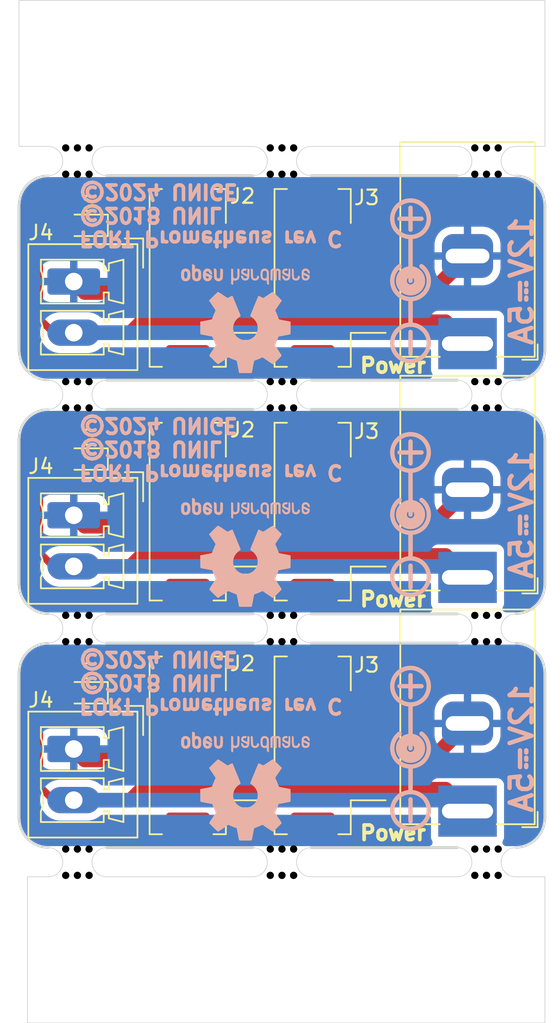
<source format=kicad_pcb>
(kicad_pcb (version 20240108) (generator "pcbnew") (generator_version "8.0")
  (layers (0 "F.Cu" signal) (31 "B.Cu" signal) (34 "B.Paste" user) (35 "F.Paste" user) (36 "B.SilkS" user "B.Silkscreen") (37 "F.SilkS" user "F.Silkscreen") (38 "B.Mask" user) (39 "F.Mask" user) (44 "Edge.Cuts" user))
  (net 0 "")
  (net 1 "GND")
  (net 2 "Net-(D1-A)")
  (net 3 "+12V")
  (net 4 "/CAN-")
  (net 5 "/CAN+")
  (footprint "FORT:JST_PH_B4B-PH-SM4-TB_1x04-1MP_P2.00mm_Vertical" (layer "F.Cu") (at 103.3 67 90)
    (property "Reference" "J2" (at 5.6 2 180) (layer "F.SilkS"))
    (property "Value" "JST PH")
    (pad "1" smd roundrect (at -3 0.5 90) (size 1 5.5) (layers "F.Cu" "F.Paste" "F.Mask") (net 3 "+12V"))
    (pad "2" smd roundrect (at -1 0.5 90) (size 1 5.5) (layers "F.Cu" "F.Paste" "F.Mask") (net 1 "GND"))
    (pad "3" smd roundrect (at 1 0.5 90) (size 1 5.5) (layers "F.Cu" "F.Paste" "F.Mask") (net 5 "/CAN+"))
    (pad "4" smd roundrect (at 3 0.5 90) (size 1 5.5) (layers "F.Cu" "F.Paste" "F.Mask") (net 4 "/CAN-"))
    (pad "MP" smd roundrect (at -5.4 -1.75 90) (size 1.6 3) (layers "F.Cu" "F.Paste" "F.Mask") (roundrect_rratio 0.15625))
    (pad "MP" smd roundrect (at 5.4 -1.75 90) (size 1.6 3) (layers "F.Cu" "F.Paste" "F.Mask") (roundrect_rratio 0.15625))
  )
  (footprint "common:Mouse_Bite" (layer "F.Cu") (at 122 107)
    (property "Reference" "REF**" (hide yes))
    (property "Value" "Mouse_Bite" (hide yes))
    (fp_arc (start -2 -1) (mid -1 0) (end -2 1) (stroke (width 0.05)) (layer "Edge.Cuts"))
    (fp_arc (start 2 1) (mid 1 0) (end 2 -1) (stroke (width 0.05)) (layer "Edge.Cuts"))
    (pad "" np_thru_hole circle (at -0.8 -0.9) (size 0.5 0.5) (drill 0.5) (layers "*.Mask"))
    (pad "" np_thru_hole circle (at -0.8 0.9) (size 0.5 0.5) (drill 0.5) (layers "*.Mask"))
    (pad "" np_thru_hole circle (at 0 -0.9) (size 0.5 0.5) (drill 0.5) (layers "*.Mask"))
    (pad "" np_thru_hole circle (at 0 0.9) (size 0.5 0.5) (drill 0.5) (layers "*.Mask"))
    (pad "" np_thru_hole circle (at 0.8 -0.9) (size 0.5 0.5) (drill 0.5) (layers "*.Mask"))
    (pad "" np_thru_hole circle (at 0.8 0.9) (size 0.5 0.5) (drill 0.5) (layers "*.Mask"))
  )
  (footprint "Connector_Phoenix_MC:PhoenixContact_MCV_1,5_2-G-3.5_1x02_P3.50mm_Vertical" (layer "F.Cu") (at 93.75 67.25 -90)
    (property "Reference" "J4" (at -3.35 2.25 180) (layer "F.SilkS"))
    (property "Value" "Phoenix MCV_1,5")
    (pad "1" thru_hole roundrect (at 0 0 270) (size 1.8 3.6) (drill 1.2) (layers "*.Cu" "*.Mask") (roundrect_rratio 0.138889) (net 1 "GND"))
    (pad "2" thru_hole oval (at 3.5 0 270) (size 1.8 3.6) (drill 1.2) (layers "*.Cu" "*.Mask") (net 3 "+12V"))
  )
  (footprint "common:Mouse_Bite" (layer "F.Cu") (at 108 75)
    (property "Reference" "REF**" (hide yes))
    (property "Value" "Mouse_Bite" (hide yes))
    (fp_arc (start -2 -1) (mid -1 0) (end -2 1) (stroke (width 0.05)) (layer "Edge.Cuts"))
    (fp_arc (start 2 1) (mid 1 0) (end 2 -1) (stroke (width 0.05)) (layer "Edge.Cuts"))
    (pad "" np_thru_hole circle (at -0.8 -0.9) (size 0.5 0.5) (drill 0.5) (layers "*.Mask"))
    (pad "" np_thru_hole circle (at -0.8 0.9) (size 0.5 0.5) (drill 0.5) (layers "*.Mask"))
    (pad "" np_thru_hole circle (at 0 -0.9) (size 0.5 0.5) (drill 0.5) (layers "*.Mask"))
    (pad "" np_thru_hole circle (at 0 0.9) (size 0.5 0.5) (drill 0.5) (layers "*.Mask"))
    (pad "" np_thru_hole circle (at 0.8 -0.9) (size 0.5 0.5) (drill 0.5) (layers "*.Mask"))
    (pad "" np_thru_hole circle (at 0.8 0.9) (size 0.5 0.5) (drill 0.5) (layers "*.Mask"))
  )
  (footprint "common:Mouse_Bite" (layer "F.Cu") (at 94 75)
    (property "Reference" "REF**" (hide yes))
    (property "Value" "Mouse_Bite" (hide yes))
    (fp_arc (start -2 -1) (mid -1 0) (end -2 1) (stroke (width 0.05)) (layer "Edge.Cuts"))
    (fp_arc (start 2 1) (mid 1 0) (end 2 -1) (stroke (width 0.05)) (layer "Edge.Cuts"))
    (pad "" np_thru_hole circle (at -0.8 -0.9) (size 0.5 0.5) (drill 0.5) (layers "*.Mask"))
    (pad "" np_thru_hole circle (at -0.8 0.9) (size 0.5 0.5) (drill 0.5) (layers "*.Mask"))
    (pad "" np_thru_hole circle (at 0 -0.9) (size 0.5 0.5) (drill 0.5) (layers "*.Mask"))
    (pad "" np_thru_hole circle (at 0 0.9) (size 0.5 0.5) (drill 0.5) (layers "*.Mask"))
    (pad "" np_thru_hole circle (at 0.8 -0.9) (size 0.5 0.5) (drill 0.5) (layers "*.Mask"))
    (pad "" np_thru_hole circle (at 0.8 0.9) (size 0.5 0.5) (drill 0.5) (layers "*.Mask"))
  )
  (footprint "FORT:JST_PH_B4B-PH-SM4-TB_1x04-1MP_P2.00mm_Vertical" (layer "F.Cu") (at 103.3 83 90)
    (property "Reference" "J2" (at 5.6 2 180) (layer "F.SilkS"))
    (property "Value" "JST PH")
    (pad "1" smd roundrect (at -3 0.5 90) (size 1 5.5) (layers "F.Cu" "F.Paste" "F.Mask") (net 3 "+12V"))
    (pad "2" smd roundrect (at -1 0.5 90) (size 1 5.5) (layers "F.Cu" "F.Paste" "F.Mask") (net 1 "GND"))
    (pad "3" smd roundrect (at 1 0.5 90) (size 1 5.5) (layers "F.Cu" "F.Paste" "F.Mask") (net 5 "/CAN+"))
    (pad "4" smd roundrect (at 3 0.5 90) (size 1 5.5) (layers "F.Cu" "F.Paste" "F.Mask") (net 4 "/CAN-"))
    (pad "MP" smd roundrect (at -5.4 -1.75 90) (size 1.6 3) (layers "F.Cu" "F.Paste" "F.Mask") (roundrect_rratio 0.15625))
    (pad "MP" smd roundrect (at 5.4 -1.75 90) (size 1.6 3) (layers "F.Cu" "F.Paste" "F.Mask") (roundrect_rratio 0.15625))
  )
  (footprint "LED_SMD:LED_0603_1608Metric" (layer "F.Cu") (at 94.6 63.4 180)
    (property "Reference" "D1" (hide yes))
    (property "Value" "GREEN")
    (pad "1" smd roundrect (at -0.7875 0 180) (size 0.875 0.95) (layers "F.Cu" "F.Paste" "F.Mask") (net 1 "GND"))
    (pad "2" smd roundrect (at 0.7875 0 180) (size 0.875 0.95) (layers "F.Cu" "F.Paste" "F.Mask") (net 2 "Net-(D1-A)"))
  )
  (footprint "Connector_Phoenix_MC:PhoenixContact_MCV_1,5_2-G-3.5_1x02_P3.50mm_Vertical" (layer "F.Cu") (at 93.75 99.25 -90)
    (property "Reference" "J4" (at -3.35 2.25 180) (layer "F.SilkS"))
    (property "Value" "Phoenix MCV_1,5")
    (pad "1" thru_hole roundrect (at 0 0 270) (size 1.8 3.6) (drill 1.2) (layers "*.Cu" "*.Mask") (roundrect_rratio 0.138889) (net 1 "GND"))
    (pad "2" thru_hole oval (at 3.5 0 270) (size 1.8 3.6) (drill 1.2) (layers "*.Cu" "*.Mask") (net 3 "+12V"))
  )
  (footprint "Connector_Phoenix_MC:PhoenixContact_MCV_1,5_2-G-3.5_1x02_P3.50mm_Vertical" (layer "F.Cu") (at 93.75 83.25 -90)
    (property "Reference" "J4" (at -3.35 2.25 180) (layer "F.SilkS"))
    (property "Value" "Phoenix MCV_1,5")
    (pad "1" thru_hole roundrect (at 0 0 270) (size 1.8 3.6) (drill 1.2) (layers "*.Cu" "*.Mask") (roundrect_rratio 0.138889) (net 1 "GND"))
    (pad "2" thru_hole oval (at 3.5 0 270) (size 1.8 3.6) (drill 1.2) (layers "*.Cu" "*.Mask") (net 3 "+12V"))
  )
  (footprint "FORT:BarrelJack_CUI_PJ-037B_Horizontal" (layer "F.Cu") (at 120.7 71.5 -90)
    (property "Reference" "J1" (hide yes))
    (property "Value" "2.5mm I.D. 5.5mm O.D.")
    (pad "1" thru_hole rect (at 0 0 270) (size 3.5 4) (drill oval 1 3.5) (layers "*.Cu" "*.Mask") (net 3 "+12V"))
    (pad "2" thru_hole roundrect (at -6 0 270) (size 3 3.5) (drill oval 1 3) (layers "*.Cu" "*.Mask") (net 1 "GND"))
  )
  (footprint "FORT:JST_PH_B4B-PH-SM4-TB_1x04-1MP_P2.00mm_Vertical" (layer "F.Cu") (at 103.3 99 90)
    (property "Reference" "J2" (at 5.6 2 180) (layer "F.SilkS"))
    (property "Value" "JST PH")
    (pad "1" smd roundrect (at -3 0.5 90) (size 1 5.5) (layers "F.Cu" "F.Paste" "F.Mask") (net 3 "+12V"))
    (pad "2" smd roundrect (at -1 0.5 90) (size 1 5.5) (layers "F.Cu" "F.Paste" "F.Mask") (net 1 "GND"))
    (pad "3" smd roundrect (at 1 0.5 90) (size 1 5.5) (layers "F.Cu" "F.Paste" "F.Mask") (net 5 "/CAN+"))
    (pad "4" smd roundrect (at 3 0.5 90) (size 1 5.5) (layers "F.Cu" "F.Paste" "F.Mask") (net 4 "/CAN-"))
    (pad "MP" smd roundrect (at -5.4 -1.75 90) (size 1.6 3) (layers "F.Cu" "F.Paste" "F.Mask") (roundrect_rratio 0.15625))
    (pad "MP" smd roundrect (at 5.4 -1.75 90) (size 1.6 3) (layers "F.Cu" "F.Paste" "F.Mask") (roundrect_rratio 0.15625))
  )
  (footprint "Resistor_SMD:R_0603_1608Metric" (layer "F.Cu") (at 94.6 93.9 180)
    (property "Reference" "R1" (hide yes))
    (property "Value" "3k3")
    (pad "1" smd roundrect (at -0.7875 0 180) (size 0.875 0.95) (layers "F.Cu" "F.Paste" "F.Mask") (net 3 "+12V"))
    (pad "2" smd roundrect (at 0.7875 0 180) (size 0.875 0.95) (layers "F.Cu" "F.Paste" "F.Mask") (net 2 "Net-(D1-A)"))
  )
  (footprint "common:Mouse_Bite" (layer "F.Cu") (at 108 91)
    (property "Reference" "REF**" (hide yes))
    (property "Value" "Mouse_Bite" (hide yes))
    (fp_arc (start -2 -1) (mid -1 0) (end -2 1) (stroke (width 0.05)) (layer "Edge.Cuts"))
    (fp_arc (start 2 1) (mid 1 0) (end 2 -1) (stroke (width 0.05)) (layer "Edge.Cuts"))
    (pad "" np_thru_hole circle (at -0.8 -0.9) (size 0.5 0.5) (drill 0.5) (layers "*.Mask"))
    (pad "" np_thru_hole circle (at -0.8 0.9) (size 0.5 0.5) (drill 0.5) (layers "*.Mask"))
    (pad "" np_thru_hole circle (at 0 -0.9) (size 0.5 0.5) (drill 0.5) (layers "*.Mask"))
    (pad "" np_thru_hole circle (at 0 0.9) (size 0.5 0.5) (drill 0.5) (layers "*.Mask"))
    (pad "" np_thru_hole circle (at 0.8 -0.9) (size 0.5 0.5) (drill 0.5) (layers "*.Mask"))
    (pad "" np_thru_hole circle (at 0.8 0.9) (size 0.5 0.5) (drill 0.5) (layers "*.Mask"))
  )
  (footprint "LED_SMD:LED_0603_1608Metric" (layer "F.Cu") (at 94.6 79.4 180)
    (property "Reference" "D1" (hide yes))
    (property "Value" "GREEN")
    (pad "1" smd roundrect (at -0.7875 0 180) (size 0.875 0.95) (layers "F.Cu" "F.Paste" "F.Mask") (net 1 "GND"))
    (pad "2" smd roundrect (at 0.7875 0 180) (size 0.875 0.95) (layers "F.Cu" "F.Paste" "F.Mask") (net 2 "Net-(D1-A)"))
  )
  (footprint "FORT:JST_PH_B4B-PH-SM4-TB_1x04-1MP_P2.00mm_Vertical" (layer "F.Cu") (at 111.85 99 90)
    (property "Reference" "J3" (at 5.5 1.95 180) (layer "F.SilkS"))
    (property "Value" "JST PH")
    (pad "1" smd roundrect (at -3 0.5 90) (size 1 5.5) (layers "F.Cu" "F.Paste" "F.Mask") (net 3 "+12V"))
    (pad "2" smd roundrect (at -1 0.5 90) (size 1 5.5) (layers "F.Cu" "F.Paste" "F.Mask") (net 1 "GND"))
    (pad "3" smd roundrect (at 1 0.5 90) (size 1 5.5) (layers "F.Cu" "F.Paste" "F.Mask") (net 5 "/CAN+"))
    (pad "4" smd roundrect (at 3 0.5 90) (size 1 5.5) (layers "F.Cu" "F.Paste" "F.Mask") (net 4 "/CAN-"))
    (pad "MP" smd roundrect (at -5.4 -1.75 90) (size 1.6 3) (layers "F.Cu" "F.Paste" "F.Mask") (roundrect_rratio 0.15625))
    (pad "MP" smd roundrect (at 5.4 -1.75 90) (size 1.6 3) (layers "F.Cu" "F.Paste" "F.Mask") (roundrect_rratio 0.15625))
  )
  (footprint "Resistor_SMD:R_0603_1608Metric" (layer "F.Cu") (at 94.6 77.9 180)
    (property "Reference" "R1" (hide yes))
    (property "Value" "3k3")
    (pad "1" smd roundrect (at -0.7875 0 180) (size 0.875 0.95) (layers "F.Cu" "F.Paste" "F.Mask") (net 3 "+12V"))
    (pad "2" smd roundrect (at 0.7875 0 180) (size 0.875 0.95) (layers "F.Cu" "F.Paste" "F.Mask") (net 2 "Net-(D1-A)"))
  )
  (footprint "LED_SMD:LED_0603_1608Metric" (layer "F.Cu") (at 94.6 95.4 180)
    (property "Reference" "D1" (hide yes))
    (property "Value" "GREEN")
    (pad "1" smd roundrect (at -0.7875 0 180) (size 0.875 0.95) (layers "F.Cu" "F.Paste" "F.Mask") (net 1 "GND"))
    (pad "2" smd roundrect (at 0.7875 0 180) (size 0.875 0.95) (layers "F.Cu" "F.Paste" "F.Mask") (net 2 "Net-(D1-A)"))
  )
  (footprint "common:Mouse_Bite" (layer "F.Cu") (at 94 107)
    (property "Reference" "REF**" (hide yes))
    (property "Value" "Mouse_Bite" (hide yes))
    (fp_arc (start -2 -1) (mid -1 0) (end -2 1) (stroke (width 0.05)) (layer "Edge.Cuts"))
    (fp_arc (start 2 1) (mid 1 0) (end 2 -1) (stroke (width 0.05)) (layer "Edge.Cuts"))
    (pad "" np_thru_hole circle (at -0.8 -0.9) (size 0.5 0.5) (drill 0.5) (layers "*.Mask"))
    (pad "" np_thru_hole circle (at -0.8 0.9) (size 0.5 0.5) (drill 0.5) (layers "*.Mask"))
    (pad "" np_thru_hole circle (at 0 -0.9) (size 0.5 0.5) (drill 0.5) (layers "*.Mask"))
    (pad "" np_thru_hole circle (at 0 0.9) (size 0.5 0.5) (drill 0.5) (layers "*.Mask"))
    (pad "" np_thru_hole circle (at 0.8 -0.9) (size 0.5 0.5) (drill 0.5) (layers "*.Mask"))
    (pad "" np_thru_hole circle (at 0.8 0.9) (size 0.5 0.5) (drill 0.5) (layers "*.Mask"))
  )
  (footprint "FORT:BarrelJack_CUI_PJ-037B_Horizontal" (layer "F.Cu") (at 120.7 103.5 -90)
    (property "Reference" "J1" (hide yes))
    (property "Value" "2.5mm I.D. 5.5mm O.D.")
    (pad "1" thru_hole rect (at 0 0 270) (size 3.5 4) (drill oval 1 3.5) (layers "*.Cu" "*.Mask") (net 3 "+12V"))
    (pad "2" thru_hole roundrect (at -6 0 270) (size 3 3.5) (drill oval 1 3) (layers "*.Cu" "*.Mask") (net 1 "GND"))
  )
  (footprint "common:Mouse_Bite" (layer "F.Cu") (at 108 107)
    (property "Reference" "REF**" (hide yes))
    (property "Value" "Mouse_Bite" (hide yes))
    (fp_arc (start -2 -1) (mid -1 0) (end -2 1) (stroke (width 0.05)) (layer "Edge.Cuts"))
    (fp_arc (start 2 1) (mid 1 0) (end 2 -1) (stroke (width 0.05)) (layer "Edge.Cuts"))
    (pad "" np_thru_hole circle (at -0.8 -0.9) (size 0.5 0.5) (drill 0.5) (layers "*.Mask"))
    (pad "" np_thru_hole circle (at -0.8 0.9) (size 0.5 0.5) (drill 0.5) (layers "*.Mask"))
    (pad "" np_thru_hole circle (at 0 -0.9) (size 0.5 0.5) (drill 0.5) (layers "*.Mask"))
    (pad "" np_thru_hole circle (at 0 0.9) (size 0.5 0.5) (drill 0.5) (layers "*.Mask"))
    (pad "" np_thru_hole circle (at 0.8 -0.9) (size 0.5 0.5) (drill 0.5) (layers "*.Mask"))
    (pad "" np_thru_hole circle (at 0.8 0.9) (size 0.5 0.5) (drill 0.5) (layers "*.Mask"))
  )
  (footprint "FORT:BarrelJack_CUI_PJ-037B_Horizontal" (layer "F.Cu") (at 120.7 87.5 -90)
    (property "Reference" "J1" (hide yes))
    (property "Value" "2.5mm I.D. 5.5mm O.D.")
    (pad "1" thru_hole rect (at 0 0 270) (size 3.5 4) (drill oval 1 3.5) (layers "*.Cu" "*.Mask") (net 3 "+12V"))
    (pad "2" thru_hole roundrect (at -6 0 270) (size 3 3.5) (drill oval 1 3) (layers "*.Cu" "*.Mask") (net 1 "GND"))
  )
  (footprint "common:Mouse_Bite" (layer "F.Cu") (at 108 59)
    (property "Reference" "REF**" (hide yes))
    (property "Value" "Mouse_Bite" (hide yes))
    (fp_arc (start -2 -1) (mid -1 0) (end -2 1) (stroke (width 0.05)) (layer "Edge.Cuts"))
    (fp_arc (start 2 1) (mid 1 0) (end 2 -1) (stroke (width 0.05)) (layer "Edge.Cuts"))
    (pad "" np_thru_hole circle (at -0.8 -0.9) (size 0.5 0.5) (drill 0.5) (layers "*.Mask"))
    (pad "" np_thru_hole circle (at -0.8 0.9) (size 0.5 0.5) (drill 0.5) (layers "*.Mask"))
    (pad "" np_thru_hole circle (at 0 -0.9) (size 0.5 0.5) (drill 0.5) (layers "*.Mask"))
    (pad "" np_thru_hole circle (at 0 0.9) (size 0.5 0.5) (drill 0.5) (layers "*.Mask"))
    (pad "" np_thru_hole circle (at 0.8 -0.9) (size 0.5 0.5) (drill 0.5) (layers "*.Mask"))
    (pad "" np_thru_hole circle (at 0.8 0.9) (size 0.5 0.5) (drill 0.5) (layers "*.Mask"))
  )
  (footprint "common:Mouse_Bite" (layer "F.Cu") (at 122 59)
    (property "Reference" "REF**" (hide yes))
    (property "Value" "Mouse_Bite" (hide yes))
    (fp_arc (start -2 -1) (mid -1 0) (end -2 1) (stroke (width 0.05)) (layer "Edge.Cuts"))
    (fp_arc (start 2 1) (mid 1 0) (end 2 -1) (stroke (width 0.05)) (layer "Edge.Cuts"))
    (pad "" np_thru_hole circle (at -0.8 -0.9) (size 0.5 0.5) (drill 0.5) (layers "*.Mask"))
    (pad "" np_thru_hole circle (at -0.8 0.9) (size 0.5 0.5) (drill 0.5) (layers "*.Mask"))
    (pad "" np_thru_hole circle (at 0 -0.9) (size 0.5 0.5) (drill 0.5) (layers "*.Mask"))
    (pad "" np_thru_hole circle (at 0 0.9) (size 0.5 0.5) (drill 0.5) (layers "*.Mask"))
    (pad "" np_thru_hole circle (at 0.8 -0.9) (size 0.5 0.5) (drill 0.5) (layers "*.Mask"))
    (pad "" np_thru_hole circle (at 0.8 0.9) (size 0.5 0.5) (drill 0.5) (layers "*.Mask"))
  )
  (footprint "common:Mouse_Bite" (layer "F.Cu") (at 122 75)
    (property "Reference" "REF**" (hide yes))
    (property "Value" "Mouse_Bite" (hide yes))
    (fp_arc (start -2 -1) (mid -1 0) (end -2 1) (stroke (width 0.05)) (layer "Edge.Cuts"))
    (fp_arc (start 2 1) (mid 1 0) (end 2 -1) (stroke (width 0.05)) (layer "Edge.Cuts"))
    (pad "" np_thru_hole circle (at -0.8 -0.9) (size 0.5 0.5) (drill 0.5) (layers "*.Mask"))
    (pad "" np_thru_hole circle (at -0.8 0.9) (size 0.5 0.5) (drill 0.5) (layers "*.Mask"))
    (pad "" np_thru_hole circle (at 0 -0.9) (size 0.5 0.5) (drill 0.5) (layers "*.Mask"))
    (pad "" np_thru_hole circle (at 0 0.9) (size 0.5 0.5) (drill 0.5) (layers "*.Mask"))
    (pad "" np_thru_hole circle (at 0.8 -0.9) (size 0.5 0.5) (drill 0.5) (layers "*.Mask"))
    (pad "" np_thru_hole circle (at 0.8 0.9) (size 0.5 0.5) (drill 0.5) (layers "*.Mask"))
  )
  (footprint "Resistor_SMD:R_0603_1608Metric" (layer "F.Cu") (at 94.6 61.9 180)
    (property "Reference" "R1" (hide yes))
    (property "Value" "3k3")
    (pad "1" smd roundrect (at -0.7875 0 180) (size 0.875 0.95) (layers "F.Cu" "F.Paste" "F.Mask") (net 3 "+12V"))
    (pad "2" smd roundrect (at 0.7875 0 180) (size 0.875 0.95) (layers "F.Cu" "F.Paste" "F.Mask") (net 2 "Net-(D1-A)"))
  )
  (footprint "common:Mouse_Bite" (layer "F.Cu") (at 94 91)
    (property "Reference" "REF**" (hide yes))
    (property "Value" "Mouse_Bite" (hide yes))
    (fp_arc (start -2 -1) (mid -1 0) (end -2 1) (stroke (width 0.05)) (layer "Edge.Cuts"))
    (fp_arc (start 2 1) (mid 1 0) (end 2 -1) (stroke (width 0.05)) (layer "Edge.Cuts"))
    (pad "" np_thru_hole circle (at -0.8 -0.9) (size 0.5 0.5) (drill 0.5) (layers "*.Mask"))
    (pad "" np_thru_hole circle (at -0.8 0.9) (size 0.5 0.5) (drill 0.5) (layers "*.Mask"))
    (pad "" np_thru_hole circle (at 0 -0.9) (size 0.5 0.5) (drill 0.5) (layers "*.Mask"))
    (pad "" np_thru_hole circle (at 0 0.9) (size 0.5 0.5) (drill 0.5) (layers "*.Mask"))
    (pad "" np_thru_hole circle (at 0.8 -0.9) (size 0.5 0.5) (drill 0.5) (layers "*.Mask"))
    (pad "" np_thru_hole circle (at 0.8 0.9) (size 0.5 0.5) (drill 0.5) (layers "*.Mask"))
  )
  (footprint "common:Mouse_Bite" (layer "F.Cu") (at 94 59)
    (property "Reference" "REF**" (hide yes))
    (property "Value" "Mouse_Bite" (hide yes))
    (fp_arc (start -2 -1) (mid -1 0) (end -2 1) (stroke (width 0.05)) (layer "Edge.Cuts"))
    (fp_arc (start 2 1) (mid 1 0) (end 2 -1) (stroke (width 0.05)) (layer "Edge.Cuts"))
    (pad "" np_thru_hole circle (at -0.8 -0.9) (size 0.5 0.5) (drill 0.5) (layers "*.Mask"))
    (pad "" np_thru_hole circle (at -0.8 0.9) (size 0.5 0.5) (drill 0.5) (layers "*.Mask"))
    (pad "" np_thru_hole circle (at 0 -0.9) (size 0.5 0.5) (drill 0.5) (layers "*.Mask"))
    (pad "" np_thru_hole circle (at 0 0.9) (size 0.5 0.5) (drill 0.5) (layers "*.Mask"))
    (pad "" np_thru_hole circle (at 0.8 -0.9) (size 0.5 0.5) (drill 0.5) (layers "*.Mask"))
    (pad "" np_thru_hole circle (at 0.8 0.9) (size 0.5 0.5) (drill 0.5) (layers "*.Mask"))
  )
  (footprint "FORT:JST_PH_B4B-PH-SM4-TB_1x04-1MP_P2.00mm_Vertical" (layer "F.Cu") (at 111.85 67 90)
    (property "Reference" "J3" (at 5.5 1.95 180) (layer "F.SilkS"))
    (property "Value" "JST PH")
    (pad "1" smd roundrect (at -3 0.5 90) (size 1 5.5) (layers "F.Cu" "F.Paste" "F.Mask") (net 3 "+12V"))
    (pad "2" smd roundrect (at -1 0.5 90) (size 1 5.5) (layers "F.Cu" "F.Paste" "F.Mask") (net 1 "GND"))
    (pad "3" smd roundrect (at 1 0.5 90) (size 1 5.5) (layers "F.Cu" "F.Paste" "F.Mask") (net 5 "/CAN+"))
    (pad "4" smd roundrect (at 3 0.5 90) (size 1 5.5) (layers "F.Cu" "F.Paste" "F.Mask") (net 4 "/CAN-"))
    (pad "MP" smd roundrect (at -5.4 -1.75 90) (size 1.6 3) (layers "F.Cu" "F.Paste" "F.Mask") (roundrect_rratio 0.15625))
    (pad "MP" smd roundrect (at 5.4 -1.75 90) (size 1.6 3) (layers "F.Cu" "F.Paste" "F.Mask") (roundrect_rratio 0.15625))
  )
  (footprint "FORT:JST_PH_B4B-PH-SM4-TB_1x04-1MP_P2.00mm_Vertical" (layer "F.Cu") (at 111.85 83 90)
    (property "Reference" "J3" (at 5.5 1.95 180) (layer "F.SilkS"))
    (property "Value" "JST PH")
    (pad "1" smd roundrect (at -3 0.5 90) (size 1 5.5) (layers "F.Cu" "F.Paste" "F.Mask") (net 3 "+12V"))
    (pad "2" smd roundrect (at -1 0.5 90) (size 1 5.5) (layers "F.Cu" "F.Paste" "F.Mask") (net 1 "GND"))
    (pad "3" smd roundrect (at 1 0.5 90) (size 1 5.5) (layers "F.Cu" "F.Paste" "F.Mask") (net 5 "/CAN+"))
    (pad "4" smd roundrect (at 3 0.5 90) (size 1 5.5) (layers "F.Cu" "F.Paste" "F.Mask") (net 4 "/CAN-"))
    (pad "MP" smd roundrect (at -5.4 -1.75 90) (size 1.6 3) (layers "F.Cu" "F.Paste" "F.Mask") (roundrect_rratio 0.15625))
    (pad "MP" smd roundrect (at 5.4 -1.75 90) (size 1.6 3) (layers "F.Cu" "F.Paste" "F.Mask") (roundrect_rratio 0.15625))
  )
  (footprint "common:Mouse_Bite" (layer "F.Cu") (at 122 91)
    (property "Reference" "REF**" (hide yes))
    (property "Value" "Mouse_Bite" (hide yes))
    (fp_arc (start -2 -1) (mid -1 0) (end -2 1) (stroke (width 0.05)) (layer "Edge.Cuts"))
    (fp_arc (start 2 1) (mid 1 0) (end 2 -1) (stroke (width 0.05)) (layer "Edge.Cuts"))
    (pad "" np_thru_hole circle (at -0.8 -0.9) (size 0.5 0.5) (drill 0.5) (layers "*.Mask"))
    (pad "" np_thru_hole circle (at -0.8 0.9) (size 0.5 0.5) (drill 0.5) (layers "*.Mask"))
    (pad "" np_thru_hole circle (at 0 -0.9) (size 0.5 0.5) (drill 0.5) (layers "*.Mask"))
    (pad "" np_thru_hole circle (at 0 0.9) (size 0.5 0.5) (drill 0.5) (layers "*.Mask"))
    (pad "" np_thru_hole circle (at 0.8 -0.9) (size 0.5 0.5) (drill 0.5) (layers "*.Mask"))
    (pad "" np_thru_hole circle (at 0.8 0.9) (size 0.5 0.5) (drill 0.5) (layers "*.Mask"))
  )
  (footprint "Symbol:OSHW-Logo2_9.8x8mm_SilkScreen" (layer "B.Cu") (at 105.5 101.8)
    (property "Reference" "REF**" (hide yes))
    (property "Value" "OSHW-Logo2_9.8x8mm_SilkScreen" (hide yes))
  )
  (footprint "Symbol:OSHW-Logo2_9.8x8mm_SilkScreen" (layer "B.Cu") (at 105.5 69.8)
    (property "Reference" "REF**" (hide yes))
    (property "Value" "OSHW-Logo2_9.8x8mm_SilkScreen" (hide yes))
  )
  (footprint "Symbol:OSHW-Logo2_9.8x8mm_SilkScreen" (layer "B.Cu") (at 105.5 85.8)
    (property "Reference" "REF**" (hide yes))
    (property "Value" "OSHW-Logo2_9.8x8mm_SilkScreen" (hide yes))
  )
  (gr_circle (center 116.8 87.45) (end 117.55 86.45) (stroke (width 0.3)) (fill none) (layer "B.SilkS"))
  (gr_line (start 117.55 62.95) (end 116.05 62.95) (stroke (width 0.3)) (layer "B.SilkS"))
  (gr_line (start 116.8 102.2) (end 116.8 100.45) (stroke (width 0.3)) (layer "B.SilkS"))
  (gr_circle (center 116.8 71.45) (end 117.55 70.45) (stroke (width 0.3)) (fill none) (layer "B.SilkS"))
  (gr_line (start 116.8 70.2) (end 116.8 68.45) (stroke (width 0.3)) (layer "B.SilkS"))
  (gr_circle (center 116.8 62.95) (end 117.55 61.95) (stroke (width 0.3)) (fill none) (layer "B.SilkS"))
  (gr_line (start 116.8 67.2) (end 116.8 64.2) (stroke (width 0.3)) (layer "B.SilkS"))
  (gr_line (start 116.8 62.2) (end 116.8 63.7) (stroke (width 0.3)) (layer "B.SilkS"))
  (gr_line (start 116.8 78.2) (end 116.8 79.7) (stroke (width 0.3)) (layer "B.SilkS"))
  (gr_circle (center 116.8 78.95) (end 117.55 77.95) (stroke (width 0.3)) (fill none) (layer "B.SilkS"))
  (gr_arc (start 117.55 66.2) (mid 116.799566 68.45) (end 116.050695 66.199479) (stroke (width 0.3)) (layer "B.SilkS"))
  (gr_line (start 116.8 94.2) (end 116.8 95.7) (stroke (width 0.3)) (layer "B.SilkS"))
  (gr_line (start 116.8 70.7) (end 116.8 72.2) (stroke (width 0.3)) (layer "B.SilkS"))
  (gr_line (start 116.8 101.95) (end 116.8 100.45) (stroke (width 0.3)) (layer "B.SilkS"))
  (gr_line (start 116.8 69.95) (end 116.8 68.45) (stroke (width 0.3)) (layer "B.SilkS"))
  (gr_arc (start 117.55 98.2) (mid 116.799566 100.45) (end 116.050695 98.199479) (stroke (width 0.3)) (layer "B.SilkS"))
  (gr_line (start 117.55 94.95) (end 116.05 94.95) (stroke (width 0.3)) (layer "B.SilkS"))
  (gr_line (start 116.8 85.95) (end 116.8 84.45) (stroke (width 0.3)) (layer "B.SilkS"))
  (gr_line (start 116.8 86.7) (end 116.8 88.2) (stroke (width 0.3)) (layer "B.SilkS"))
  (gr_circle (center 116.8 94.95) (end 117.55 93.95) (stroke (width 0.3)) (fill none) (layer "B.SilkS"))
  (gr_line (start 116.8 102.7) (end 116.8 104.2) (stroke (width 0.3)) (layer "B.SilkS"))
  (gr_circle (center 116.8 103.45) (end 117.55 102.45) (stroke (width 0.3)) (fill none) (layer "B.SilkS"))
  (gr_line (start 116.8 99.2) (end 116.8 96.2) (stroke (width 0.3)) (layer "B.SilkS"))
  (gr_line (start 116.8 83.2) (end 116.8 80.2) (stroke (width 0.3)) (layer "B.SilkS"))
  (gr_circle (center 116.8 99.2) (end 116.55 99.2) (stroke (width 0.75)) (fill none) (layer "B.SilkS"))
  (gr_line (start 116.8 86.2) (end 116.8 84.45) (stroke (width 0.3)) (layer "B.SilkS"))
  (gr_circle (center 116.8 83.2) (end 116.55 83.2) (stroke (width 0.75)) (fill none) (layer "B.SilkS"))
  (gr_line (start 117.55 78.95) (end 116.05 78.95) (stroke (width 0.3)) (layer "B.SilkS"))
  (gr_circle (center 116.8 67.2) (end 116.55 67.2) (stroke (width 0.75)) (fill none) (layer "B.SilkS"))
  (gr_arc (start 117.55 82.2) (mid 116.799566 84.45) (end 116.050695 82.199479) (stroke (width 0.3)) (layer "B.SilkS"))
  (gr_arc (start 90 94) (mid 90.585786 92.585786) (end 92 92) (stroke (width 0.15)) (layer "Edge.Cuts"))
  (gr_line (start 126 78) (end 126 88) (stroke (width 0.2)) (layer "Edge.Cuts"))
  (gr_line (start 120 74) (end 110 74) (stroke (width 0.2)) (layer "Edge.Cuts"))
  (gr_line (start 90.585786 108) (end 92 108) (stroke (width 0.05)) (layer "Edge.Cuts"))
  (gr_arc (start 92 74) (mid 90.585786 73.414214) (end 90 72) (stroke (width 0.15)) (layer "Edge.Cuts"))
  (gr_arc (start 126 104) (mid 125.414214 105.414214) (end 124 106) (stroke (width 0.15)) (layer "Edge.Cuts"))
  (gr_line (start 90 104) (end 90 94) (stroke (width 0.2)) (layer "Edge.Cuts"))
  (gr_line (start 120 92) (end 110 92) (stroke (width 0.2)) (layer "Edge.Cuts"))
  (gr_line (start 120 76) (end 110 76) (stroke (width 0.2)) (layer "Edge.Cuts"))
  (gr_line (start 106 90) (end 96 90) (stroke (width 0.2)) (layer "Edge.Cuts"))
  (gr_arc (start 126 88) (mid 125.414214 89.414214) (end 124 90) (stroke (width 0.15)) (layer "Edge.Cuts"))
  (gr_line (start 126 58) (end 126 48) (stroke (width 0.05)) (layer "Edge.Cuts"))
  (gr_line (start 96 108) (end 106 108) (stroke (width 0.05)) (layer "Edge.Cuts"))
  (gr_arc (start 126 72) (mid 125.414214 73.414214) (end 124 74) (stroke (width 0.15)) (layer "Edge.Cuts"))
  (gr_line (start 106 74) (end 96 74) (stroke (width 0.2)) (layer "Edge.Cuts"))
  (gr_line (start 110 108) (end 120 108) (stroke (width 0.05)) (layer "Edge.Cuts"))
  (gr_line (start 126 94) (end 126 104) (stroke (width 0.2)) (layer "Edge.Cuts"))
  (gr_line (start 120 90) (end 110 90) (stroke (width 0.2)) (layer "Edge.Cuts"))
  (gr_line (start 110 58) (end 120 58) (stroke (width 0.05)) (layer "Edge.Cuts"))
  (gr_line (start 90 88) (end 90 78) (stroke (width 0.2)) (layer "Edge.Cuts"))
  (gr_line (start 90 48) (end 90 58) (stroke (width 0.05)) (layer "Edge.Cuts"))
  (gr_line (start 96 58) (end 106 58) (stroke (width 0.05)) (layer "Edge.Cuts"))
  (gr_arc (start 90 78) (mid 90.585786 76.585786) (end 92 76) (stroke (width 0.15)) (layer "Edge.Cuts"))
  (gr_line (start 106 76) (end 96 76) (stroke (width 0.2)) (layer "Edge.Cuts"))
  (gr_line (start 126 108) (end 126 118) (stroke (width 0.05)) (layer "Edge.Cuts"))
  (gr_line (start 90.585786 118) (end 90.585786 108) (stroke (width 0.05)) (layer "Edge.Cuts"))
  (gr_arc (start 92 90) (mid 90.585786 89.414214) (end 90 88) (stroke (width 0.15)) (layer "Edge.Cuts"))
  (gr_line (start 106 60) (end 96 60) (stroke (width 0.2)) (layer "Edge.Cuts"))
  (gr_arc (start 92 106) (mid 90.585786 105.414214) (end 90 104) (stroke (width 0.15)) (layer "Edge.Cuts"))
  (gr_line (start 124 108) (end 126 108) (stroke (width 0.05)) (layer "Edge.Cuts"))
  (gr_line (start 126 48) (end 90 48) (stroke (width 0.05)) (layer "Edge.Cuts"))
  (gr_line (start 124 58) (end 126 58) (stroke (width 0.05)) (layer "Edge.Cuts"))
  (gr_line (start 106 106) (end 96 106) (stroke (width 0.2)) (layer "Edge.Cuts"))
  (gr_line (start 90 58) (end 92 58) (stroke (width 0.05)) (layer "Edge.Cuts"))
  (gr_line (start 90 72) (end 90 62) (stroke (width 0.2)) (layer "Edge.Cuts"))
  (gr_line (start 106 92) (end 96 92) (stroke (width 0.2)) (layer "Edge.Cuts"))
  (gr_line (start 126 118) (end 90.585786 118) (stroke (width 0.05)) (layer "Edge.Cuts"))
  (gr_line (start 120 60) (end 110 60) (stroke (width 0.2)) (layer "Edge.Cuts"))
  (gr_line (start 126 62) (end 126 72) (stroke (width 0.2)) (layer "Edge.Cuts"))
  (gr_arc (start 124 76) (mid 125.414214 76.585786) (end 126 78) (stroke (width 0.15)) (layer "Edge.Cuts"))
  (gr_arc (start 90 62) (mid 90.585786 60.585786) (end 92 60) (stroke (width 0.15)) (layer "Edge.Cuts"))
  (gr_line (start 120 106) (end 110 106) (stroke (width 0.2)) (layer "Edge.Cuts"))
  (gr_arc (start 124 92) (mid 125.414214 92.585786) (end 126 94) (stroke (width 0.15)) (layer "Edge.Cuts"))
  (gr_arc (start 124 60) (mid 125.414214 60.585786) (end 126 62) (stroke (width 0.15)) (layer "Edge.Cuts"))
  (gr_text "12V⎓5A" (at 124.4 83.2 -270) (layer "B.SilkS") (effects (font (size 1.5 1.5) (thickness 0.3)) (justify mirror)))
  (gr_text "12V⎓5A" (at 124.4 67.2 -270) (layer "B.SilkS") (effects (font (size 1.5 1.5) (thickness 0.3)) (justify mirror)))
  (gr_text "FORT Prometheus rev C\n©2018 UNIL\n©2024 UNIGE\n" (at 94 62.7 180) (layer "B.SilkS") (effects (font (size 1 1) (thickness 0.25)) (justify left mirror)))
  (gr_text "FORT Prometheus rev C\n©2018 UNIL\n©2024 UNIGE\n" (at 94 94.7 180) (layer "B.SilkS") (effects (font (size 1 1) (thickness 0.25)) (justify left mirror)))
  (gr_text "FORT Prometheus rev C\n©2018 UNIL\n©2024 UNIGE\n" (at 94 78.7 180) (layer "B.SilkS") (effects (font (size 1 1) (thickness 0.25)) (justify left mirror)))
  (gr_text "12V⎓5A" (at 124.4 99.2 -270) (layer "B.SilkS") (effects (font (size 1.5 1.5) (thickness 0.3)) (justify mirror)))
  (gr_text "Power" (at 115.6 73 0) (layer "F.SilkS") (effects (font (size 1 1) (thickness 0.25))))
  (gr_text "Power" (at 115.6 105 0) (layer "F.SilkS") (effects (font (size 1 1) (thickness 0.25))))
  (gr_text "Power" (at 115.6 89 0) (layer "F.SilkS") (effects (font (size 1 1) (thickness 0.25))))
  (segment (start 112.35 68) (end 118.2 68) (width 1) (layer "F.Cu") (net 1))
  (segment (start 103.8 84) (end 112.35 84) (width 1) (layer "F.Cu") (net 1))
  (segment (start 103.8 100) (end 112.35 100) (width 1) (layer "F.Cu") (net 1))
  (segment (start 103.8 68) (end 98 68) (width 1) (layer "F.Cu") (net 1))
  (segment (start 118.2 100) (end 120.7 97.5) (width 1) (layer "F.Cu") (net 1))
  (segment (start 98 84) (end 94.5 84) (width 1) (layer "F.Cu") (net 1))
  (segment (start 98 80.6) (end 98 84) (width 0.5) (layer "F.Cu") (net 1))
  (segment (start 118.2 68) (end 120.7 65.5) (width 1) (layer "F.Cu") (net 1))
  (segment (start 103.8 68) (end 112.35 68) (width 1) (layer "F.Cu") (net 1))
  (segment (start 95.3875 63.4) (end 96.8 63.4) (width 0.5) (layer "F.Cu") (net 1))
  (segment (start 98 64.6) (end 98 68) (width 0.5) (layer "F.Cu") (net 1))
  (segment (start 96.8 79.4) (end 98 80.6) (width 0.5) (layer "F.Cu") (net 1))
  (segment (start 98 68) (end 94.5 68) (width 1) (layer "F.Cu") (net 1))
  (segment (start 118.2 84) (end 120.7 81.5) (width 1) (layer "F.Cu") (net 1))
  (segment (start 95.3875 95.4) (end 96.8 95.4) (width 0.5) (layer "F.Cu") (net 1))
  (segment (start 112.35 84) (end 118.2 84) (width 1) (layer "F.Cu") (net 1))
  (segment (start 95.3875 79.4) (end 96.8 79.4) (width 0.5) (layer "F.Cu") (net 1))
  (segment (start 94.5 84) (end 93.75 83.25) (width 1) (layer "F.Cu") (net 1))
  (segment (start 103.8 84) (end 98 84) (width 1) (layer "F.Cu") (net 1))
  (segment (start 98 100) (end 94.5 100) (width 1) (layer "F.Cu") (net 1))
  (segment (start 112.35 100) (end 118.2 100) (width 1) (layer "F.Cu") (net 1))
  (segment (start 94.5 100) (end 93.75 99.25) (width 1) (layer "F.Cu") (net 1))
  (segment (start 98 96.6) (end 98 100) (width 0.5) (layer "F.Cu") (net 1))
  (segment (start 96.8 63.4) (end 98 64.6) (width 0.5) (layer "F.Cu") (net 1))
  (segment (start 96.8 95.4) (end 98 96.6) (width 0.5) (layer "F.Cu") (net 1))
  (segment (start 94.5 68) (end 93.75 67.25) (width 1) (layer "F.Cu") (net 1))
  (segment (start 103.8 100) (end 98 100) (width 1) (layer "F.Cu") (net 1))
  (segment (start 93.8125 61.9) (end 93.8125 63.4) (width 0.5) (layer "F.Cu") (net 2))
  (segment (start 93.8125 93.9) (end 93.8125 95.4) (width 0.5) (layer "F.Cu") (net 2))
  (segment (start 93.8125 77.9) (end 93.8125 79.4) (width 0.5) (layer "F.Cu") (net 2))
  (segment (start 98.4 86) (end 97.65 86.75) (width 1) (layer "F.Cu") (net 3))
  (segment (start 112.35 102) (end 119.2 102) (width 1) (layer "F.Cu") (net 3))
  (segment (start 91.4 85.8) (end 92.35 86.75) (width 0.5) (layer "F.Cu") (net 3))
  (segment (start 112.35 70) (end 119.2 70) (width 1) (layer "F.Cu") (net 3))
  (segment (start 91.4 61.8) (end 91.4 69.8) (width 0.5) (layer "F.Cu") (net 3))
  (segment (start 94.2 76.7) (end 92.5 76.7) (width 0.5) (layer "F.Cu") (net 3))
  (segment (start 98.4 70) (end 97.65 70.75) (width 1) (layer "F.Cu") (net 3))
  (segment (start 92.5 92.7) (end 91.4 93.8) (width 0.5) (layer "F.Cu") (net 3))
  (segment (start 92.5 76.7) (end 91.4 77.8) (width 0.5) (layer "F.Cu") (net 3))
  (segment (start 97.65 102.75) (end 93.75 102.75) (width 1) (layer "F.Cu") (net 3))
  (segment (start 92.5 60.7) (end 91.4 61.8) (width 0.5) (layer "F.Cu") (net 3))
  (segment (start 92.35 102.75) (end 93.75 102.75) (width 0.5) (layer "F.Cu") (net 3))
  (segment (start 91.4 69.8) (end 92.35 70.75) (width 0.5) (layer "F.Cu") (net 3))
  (segment (start 95.3875 77.8875) (end 94.2 76.7) (width 0.5) (layer "F.Cu") (net 3))
  (segment (start 103.8 86) (end 98.4 86) (width 1) (layer "F.Cu") (net 3))
  (segment (start 119.2 70) (end 120.7 71.5) (width 1) (layer "F.Cu") (net 3))
  (segment (start 112.35 102) (end 103.8 102) (width 1) (layer "F.Cu") (net 3))
  (segment (start 95.3875 61.9) (end 95.3875 61.8875) (width 0.5) (layer "F.Cu") (net 3))
  (segment (start 95.3875 77.9) (end 95.3875 77.8875) (width 0.5) (layer "F.Cu") (net 3))
  (segment (start 112.35 86) (end 119.2 86) (width 1) (layer "F.Cu") (net 3))
  (segment (start 91.4 101.8) (end 92.35 102.75) (width 0.5) (layer "F.Cu") (net 3))
  (segment (start 97.65 70.75) (end 93.75 70.75) (width 1) (layer "F.Cu") (net 3))
  (segment (start 94.2 60.7) (end 92.5 60.7) (width 0.5) (layer "F.Cu") (net 3))
  (segment (start 92.35 86.75) (end 93.75 86.75) (width 0.5) (layer "F.Cu") (net 3))
  (segment (start 119.2 86) (end 120.7 87.5) (width 1) (layer "F.Cu") (net 3))
  (segment (start 94.2 92.7) (end 92.5 92.7) (width 0.5) (layer "F.Cu") (net 3))
  (segment (start 103.8 102) (end 98.4 102) (width 1) (layer "F.Cu") (net 3))
  (segment (start 91.4 77.8) (end 91.4 85.8) (width 0.5) (layer "F.Cu") (net 3))
  (segment (start 98.4 102) (end 97.65 102.75) (width 1) (layer "F.Cu") (net 3))
  (segment (start 95.3875 93.8875) (end 94.2 92.7) (width 0.5) (layer "F.Cu") (net 3))
  (segment (start 103.8 70) (end 98.4 70) (width 1) (layer "F.Cu") (net 3))
  (segment (start 91.4 93.8) (end 91.4 101.8) (width 0.5) (layer "F.Cu") (net 3))
  (segment (start 119.2 102) (end 120.7 103.5) (width 1) (layer "F.Cu") (net 3))
  (segment (start 112.35 70) (end 103.8 70) (width 1) (layer "F.Cu") (net 3))
  (segment (start 92.35 70.75) (end 93.75 70.75) (width 0.5) (layer "F.Cu") (net 3))
  (segment (start 112.35 86) (end 103.8 86) (width 1) (layer "F.Cu") (net 3))
  (segment (start 95.3875 61.8875) (end 94.2 60.7) (width 0.5) (layer "F.Cu") (net 3))
  (segment (start 95.3875 93.9) (end 95.3875 93.8875) (width 0.5) (layer "F.Cu") (net 3))
  (segment (start 97.65 86.75) (end 93.75 86.75) (width 1) (layer "F.Cu") (net 3))
  (segment (start 119.95 86.75) (end 120.7 87.5) (width 1) (layer "B.Cu") (net 3))
  (segment (start 93.75 86.75) (end 119.95 86.75) (width 1) (layer "B.Cu") (net 3))
  (segment (start 119.95 70.75) (end 120.7 71.5) (width 1) (layer "B.Cu") (net 3))
  (segment (start 119.95 102.75) (end 120.7 103.5) (width 1) (layer "B.Cu") (net 3))
  (segment (start 93.75 70.75) (end 119.95 70.75) (width 1) (layer "B.Cu") (net 3))
  (segment (start 93.75 102.75) (end 119.95 102.75) (width 1) (layer "B.Cu") (net 3))
  (segment (start 106.875 64.825) (end 106.05 64) (width 0.2) (layer "F.Cu") (net 4))
  (segment (start 112.35 64) (end 110.1 64) (width 0.2) (layer "F.Cu") (net 4))
  (segment (start 106.05 80) (end 103.8 80) (width 0.2) (layer "F.Cu") (net 4))
  (segment (start 106.05 64) (end 103.8 64) (width 0.2) (layer "F.Cu") (net 4))
  (segment (start 110.1 96) (end 109.275 96.825) (width 0.2) (layer "F.Cu") (net 4))
  (segment (start 109.275 64.825) (end 106.875 64.825) (width 0.2) (layer "F.Cu") (net 4))
  (segment (start 110.1 64) (end 109.275 64.825) (width 0.2) (layer "F.Cu") (net 4))
  (segment (start 109.275 96.825) (end 106.875 96.825) (width 0.2) (layer "F.Cu") (net 4))
  (segment (start 112.35 96) (end 110.1 96) (width 0.2) (layer "F.Cu") (net 4))
  (segment (start 109.275 80.825) (end 106.875 80.825) (width 0.2) (layer "F.Cu") (net 4))
  (segment (start 106.875 96.825) (end 106.05 96) (width 0.2) (layer "F.Cu") (net 4))
  (segment (start 112.35 80) (end 110.1 80) (width 0.2) (layer "F.Cu") (net 4))
  (segment (start 106.05 96) (end 103.8 96) (width 0.2) (layer "F.Cu") (net 4))
  (segment (start 106.875 80.825) (end 106.05 80) (width 0.2) (layer "F.Cu") (net 4))
  (segment (start 110.1 80) (end 109.275 80.825) (width 0.2) (layer "F.Cu") (net 4))
  (segment (start 106.875 97.175) (end 106.05 98) (width 0.2) (layer "F.Cu") (net 5))
  (segment (start 112.35 82) (end 110.1 82) (width 0.2) (layer "F.Cu") (net 5))
  (segment (start 112.35 66) (end 110.1 66) (width 0.2) (layer "F.Cu") (net 5))
  (segment (start 110.1 98) (end 109.275 97.175) (width 0.2) (layer "F.Cu") (net 5))
  (segment (start 106.875 81.175) (end 106.05 82) (width 0.2) (layer "F.Cu") (net 5))
  (segment (start 106.05 66) (end 103.8 66) (width 0.2) (layer "F.Cu") (net 5))
  (segment (start 110.1 82) (end 109.275 81.175) (width 0.2) (layer "F.Cu") (net 5))
  (segment (start 109.275 81.175) (end 106.875 81.175) (width 0.2) (layer "F.Cu") (net 5))
  (segment (start 109.275 65.175) (end 106.875 65.175) (width 0.2) (layer "F.Cu") (net 5))
  (segment (start 112.35 98) (end 110.1 98) (width 0.2) (layer "F.Cu") (net 5))
  (segment (start 106.05 98) (end 103.8 98) (width 0.2) (layer "F.Cu") (net 5))
  (segment (start 106.875 65.175) (end 106.05 66) (width 0.2) (layer "F.Cu") (net 5))
  (segment (start 109.275 97.175) (end 106.875 97.175) (width 0.2) (layer "F.Cu") (net 5))
  (segment (start 110.1 66) (end 109.275 65.175) (width 0.2) (layer "F.Cu") (net 5))
  (segment (start 106.05 82) (end 103.8 82) (width 0.2) (layer "F.Cu") (net 5))
  (zone (net 1) (net_name "GND") (layer "B.Cu") (connect_pads (clearance 0.5)) (min_thickness 0.5) (fill yes (thermal_gap 0.508) (thermal_bridge_width 0.508))
    (polygon (pts (xy 90 74) (xy 126 74) (xy 126 60) (xy 90 60)))
  )
  (zone (net 1) (net_name "GND") (layer "B.Cu") (connect_pads (clearance 0.5)) (min_thickness 0.5) (fill yes (thermal_gap 0.508) (thermal_bridge_width 0.508))
    (polygon (pts (xy 90 106) (xy 126 106) (xy 126 92) (xy 90 92)))
  )
  (zone (net 1) (net_name "GND") (layer "B.Cu") (connect_pads (clearance 0.5)) (min_thickness 0.5) (fill yes (thermal_gap 0.508) (thermal_bridge_width 0.508))
    (polygon (pts (xy 90 90) (xy 126 90) (xy 126 76) (xy 90 76)))
  )
)
</source>
